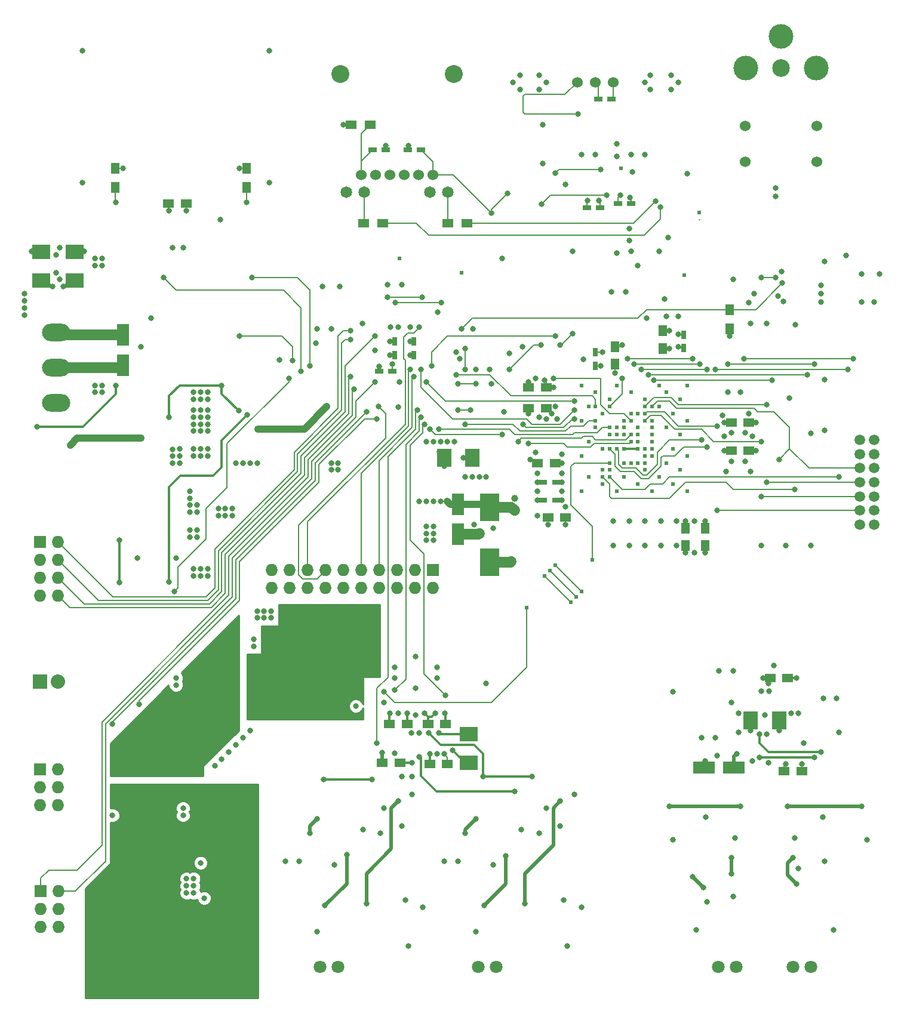
<source format=gbl>
G04 #@! TF.FileFunction,Copper,L4,Bot,Signal*
%FSLAX46Y46*%
G04 Gerber Fmt 4.6, Leading zero omitted, Abs format (unit mm)*
G04 Created by KiCad (PCBNEW 0.201412201901+5330~19~ubuntu14.04.1-product) date ti. 30. des. 2014 kl. 17.44 +0100*
%MOMM*%
G01*
G04 APERTURE LIST*
%ADD10C,0.100000*%
%ADD11R,0.750000X1.200000*%
%ADD12R,1.200000X0.750000*%
%ADD13R,1.500000X1.250000*%
%ADD14R,2.000000X2.500000*%
%ADD15R,2.700020X4.000500*%
%ADD16R,1.800860X3.149600*%
%ADD17R,2.500000X2.000000*%
%ADD18R,1.250000X1.500000*%
%ADD19R,1.727200X1.727200*%
%ADD20O,1.727200X1.727200*%
%ADD21R,2.032000X2.032000*%
%ADD22O,2.032000X2.032000*%
%ADD23C,2.500000*%
%ADD24C,3.500000*%
%ADD25C,1.524000*%
%ADD26R,1.300000X1.500000*%
%ADD27R,1.500000X1.300000*%
%ADD28C,1.800000*%
%ADD29C,1.651000*%
%ADD30C,2.540000*%
%ADD31C,1.500000*%
%ADD32O,4.000000X2.500000*%
%ADD33R,3.149600X1.800860*%
%ADD34C,0.800000*%
%ADD35C,0.609600*%
%ADD36C,1.000000*%
%ADD37C,0.203200*%
%ADD38C,0.300000*%
%ADD39C,1.000000*%
%ADD40C,1.500000*%
%ADD41C,0.500000*%
%ADD42C,0.254000*%
G04 APERTURE END LIST*
D10*
D11*
X95750000Y-72800000D03*
X95750000Y-74700000D03*
X93000000Y-72800000D03*
X93000000Y-74700000D03*
D12*
X92700000Y-77000000D03*
X90800000Y-77000000D03*
D13*
X63450000Y-53200000D03*
X60950000Y-53200000D03*
D12*
X123750000Y-38400000D03*
X121850000Y-38400000D03*
D13*
X146250000Y-120500000D03*
X148750000Y-120500000D03*
X148250000Y-133750000D03*
X150750000Y-133750000D03*
D14*
X143500000Y-126500000D03*
X147500000Y-126500000D03*
D12*
X91750000Y-45600000D03*
X89850000Y-45600000D03*
X94850000Y-45600000D03*
X96750000Y-45600000D03*
X124650000Y-53200000D03*
X126550000Y-53200000D03*
X120250000Y-53800000D03*
X122150000Y-53800000D03*
D15*
X106500000Y-104088740D03*
X106500000Y-96311260D03*
D16*
X102000000Y-100125980D03*
X102000000Y-95874020D03*
D14*
X104000000Y-89250000D03*
X100000000Y-89250000D03*
D17*
X42900000Y-64100000D03*
X42900000Y-60100000D03*
X47600000Y-64100000D03*
X47600000Y-60100000D03*
D18*
X134250000Y-99250000D03*
X134250000Y-101750000D03*
D13*
X114500000Y-79250000D03*
X112000000Y-79250000D03*
D18*
X131000000Y-73750000D03*
X131000000Y-71250000D03*
X137000000Y-99250000D03*
X137000000Y-101750000D03*
D13*
X114500000Y-82250000D03*
X112000000Y-82250000D03*
X140750000Y-88250000D03*
X143250000Y-88250000D03*
X115750000Y-90000000D03*
X113250000Y-90000000D03*
X117250000Y-97750000D03*
X114750000Y-97750000D03*
D11*
X121500000Y-76200000D03*
X121500000Y-74300000D03*
X134000000Y-73700000D03*
X134000000Y-71800000D03*
D13*
X140750000Y-84250000D03*
X143250000Y-84250000D03*
D12*
X115950000Y-92750000D03*
X114050000Y-92750000D03*
D18*
X124250000Y-76000000D03*
X124250000Y-73500000D03*
D12*
X115950000Y-95250000D03*
X114050000Y-95250000D03*
D16*
X54500000Y-76125980D03*
X54500000Y-71874020D03*
D13*
X93750000Y-132500000D03*
X91250000Y-132500000D03*
X97750000Y-127000000D03*
X100250000Y-127000000D03*
D17*
X103500000Y-132500000D03*
X103500000Y-128500000D03*
D13*
X100500000Y-132750000D03*
X98000000Y-132750000D03*
X94750000Y-127000000D03*
X92250000Y-127000000D03*
D19*
X98430000Y-105230000D03*
D20*
X98430000Y-107770000D03*
X95890000Y-105230000D03*
X95890000Y-107770000D03*
X93350000Y-105230000D03*
X93350000Y-107770000D03*
X90810000Y-105230000D03*
X90810000Y-107770000D03*
X88270000Y-105230000D03*
X88270000Y-107770000D03*
X85730000Y-105230000D03*
X85730000Y-107770000D03*
X83190000Y-105230000D03*
X83190000Y-107770000D03*
X80650000Y-105230000D03*
X80650000Y-107770000D03*
X78110000Y-105230000D03*
X78110000Y-107770000D03*
X75570000Y-105230000D03*
X75570000Y-107770000D03*
D19*
X42730000Y-101190000D03*
D20*
X45270000Y-101190000D03*
X42730000Y-103730000D03*
X45270000Y-103730000D03*
X42730000Y-106270000D03*
X45270000Y-106270000D03*
X42730000Y-108810000D03*
X45270000Y-108810000D03*
D21*
X42730000Y-121000000D03*
D22*
X45270000Y-121000000D03*
D19*
X42730000Y-133460000D03*
D20*
X45270000Y-133460000D03*
X42730000Y-136000000D03*
X45270000Y-136000000D03*
X42730000Y-138540000D03*
X45270000Y-138540000D03*
D23*
X147800000Y-34000000D03*
D24*
X152800000Y-34000000D03*
X142800000Y-34000000D03*
X147800000Y-29500000D03*
D25*
X124000000Y-36000000D03*
X121460000Y-36000000D03*
X118920000Y-36000000D03*
D26*
X72000000Y-50950000D03*
X72000000Y-48250000D03*
X53400000Y-50950000D03*
X53400000Y-48250000D03*
X140500000Y-70950000D03*
X140500000Y-68250000D03*
D27*
X86850000Y-42000000D03*
X89550000Y-42000000D03*
X88650000Y-56000000D03*
X91350000Y-56000000D03*
X100550000Y-56000000D03*
X103250000Y-56000000D03*
D25*
X142700000Y-42200000D03*
X142700000Y-47280000D03*
X152860000Y-47280000D03*
X152860000Y-42200000D03*
D28*
X104900000Y-161500000D03*
X107440000Y-161500000D03*
X138900000Y-161500000D03*
X141440000Y-161500000D03*
X149500000Y-161500000D03*
X152040000Y-161500000D03*
D25*
X88270000Y-49176000D03*
X90302000Y-49176000D03*
X92334000Y-49176000D03*
X94366000Y-49176000D03*
X96398000Y-49176000D03*
X98430000Y-49176000D03*
D29*
X86136400Y-51639800D03*
X88676400Y-51639800D03*
X98023600Y-51639800D03*
X100563600Y-51639800D03*
D30*
X85285500Y-34825000D03*
X101414500Y-34825000D03*
D31*
X161000000Y-98750000D03*
X159000000Y-98750000D03*
X161000000Y-96750000D03*
X159000000Y-96750000D03*
X161000000Y-94750000D03*
X159000000Y-94750000D03*
X161000000Y-92750000D03*
X159000000Y-92750000D03*
X161000000Y-90750000D03*
X159000000Y-90750000D03*
X161000000Y-88750000D03*
X159000000Y-88750000D03*
X161000000Y-86750000D03*
X159000000Y-86750000D03*
D32*
X45000000Y-71500000D03*
X45000000Y-76500000D03*
X45000000Y-81500000D03*
D28*
X82400000Y-161500000D03*
X84940000Y-161500000D03*
D33*
X136874020Y-133250000D03*
X141125980Y-133250000D03*
D19*
X42830000Y-150760000D03*
D20*
X45370000Y-150760000D03*
X42830000Y-153300000D03*
X45370000Y-153300000D03*
X42830000Y-155840000D03*
X45370000Y-155840000D03*
D34*
X93500000Y-82100000D03*
X122000000Y-52800000D03*
X104500000Y-76750000D03*
X108500000Y-82750000D03*
X106750000Y-78750000D03*
X139500000Y-83250000D03*
D35*
X128500000Y-90000000D03*
X128500000Y-81000000D03*
X126500000Y-83000000D03*
D34*
X124250000Y-77250000D03*
D35*
X125500000Y-92000000D03*
X119500000Y-94000000D03*
X124500000Y-79000000D03*
X121500000Y-80000000D03*
X122500000Y-83000000D03*
X120500000Y-87000000D03*
X119500000Y-84000000D03*
D34*
X53500000Y-79000000D03*
X42300000Y-84900000D03*
D35*
X129500000Y-84000000D03*
D34*
X63000000Y-59500000D03*
X58500000Y-69500000D03*
X152000000Y-101750000D03*
X148500000Y-101750000D03*
X145000000Y-101750000D03*
X63500000Y-54250000D03*
X54500000Y-48250000D03*
X71000000Y-48250000D03*
X85250000Y-65000000D03*
X94000000Y-64750000D03*
X85750000Y-42000000D03*
X132250000Y-35000000D03*
X133250000Y-36000000D03*
X132250000Y-37000000D03*
X114000000Y-42000000D03*
X114000000Y-47500000D03*
X121500000Y-46250000D03*
X124500000Y-46500000D03*
X126500000Y-46250000D03*
X108250000Y-61000000D03*
X131750000Y-58000000D03*
X125750000Y-65750000D03*
X145750000Y-70250000D03*
X131500000Y-69250000D03*
X132000000Y-73750000D03*
X133250000Y-73500000D03*
X122250000Y-76250000D03*
X109250000Y-74500000D03*
X111150000Y-73500000D03*
X127500000Y-62000000D03*
X126250000Y-58500000D03*
X126750000Y-48750000D03*
X126400000Y-52400000D03*
X147000000Y-51000000D03*
X159200000Y-67200000D03*
X159200000Y-63200000D03*
X154000000Y-78200000D03*
X154000000Y-85400000D03*
X84000000Y-71000000D03*
X90200000Y-74000000D03*
X92400000Y-70700000D03*
X93500000Y-70700000D03*
X102200000Y-75200000D03*
X92700000Y-76000000D03*
X92300000Y-72800000D03*
X95200000Y-72800000D03*
X140250000Y-80000000D03*
X139750000Y-84250000D03*
X140750000Y-85750000D03*
X139750000Y-86250000D03*
X139750000Y-88250000D03*
X140750000Y-89750000D03*
X140000000Y-91250000D03*
X46000000Y-65000000D03*
X44500000Y-65000000D03*
X45000000Y-63000000D03*
X45500000Y-64000000D03*
D35*
X122500000Y-93000000D03*
X122500000Y-91000000D03*
X123500000Y-86000000D03*
D34*
X40500000Y-68000000D03*
X40500000Y-66000000D03*
X40500000Y-67000000D03*
X40500000Y-69000000D03*
X146000000Y-121250000D03*
X145500000Y-125750000D03*
X96000000Y-122000000D03*
X94750000Y-125500000D03*
X97250000Y-125500000D03*
X98750000Y-125500000D03*
X93000000Y-120500000D03*
X99000000Y-120500000D03*
X141000000Y-119500000D03*
X153800000Y-123400000D03*
X87500000Y-124500000D03*
X128750000Y-69500000D03*
X154000000Y-61400000D03*
X153500000Y-67200000D03*
X148100000Y-67100000D03*
X145250000Y-120500000D03*
X140750000Y-124000000D03*
D35*
X125100000Y-48200000D03*
D34*
X146100000Y-122400000D03*
X145000000Y-122400000D03*
X139000000Y-119500000D03*
X124500000Y-60250000D03*
X126500000Y-60000000D03*
X130500000Y-60000000D03*
X126250000Y-56750000D03*
X120400000Y-52800000D03*
X99100000Y-68600000D03*
X93700000Y-78500000D03*
X90800000Y-76300000D03*
X92300000Y-74700000D03*
X95200000Y-74700000D03*
X95200000Y-70700000D03*
X150750000Y-132750000D03*
X151000000Y-129750000D03*
X141750000Y-128250000D03*
X143750000Y-132250000D03*
X100100000Y-125500000D03*
X95400000Y-128300000D03*
X92300000Y-125500000D03*
X93500000Y-125500000D03*
X96000000Y-125750000D03*
X91500000Y-124000000D03*
D35*
X124500000Y-86000000D03*
X123500000Y-91000000D03*
X128500000Y-91000000D03*
X126500000Y-90000000D03*
X130500000Y-79000000D03*
X122500000Y-88000000D03*
X132500000Y-88000000D03*
X129500000Y-87000000D03*
X128500000Y-88000000D03*
X127500000Y-86000000D03*
X129500000Y-85000000D03*
X131500000Y-85000000D03*
X131500000Y-80000000D03*
X130500000Y-82000000D03*
X121500000Y-85000000D03*
X120500000Y-82000000D03*
X119500000Y-79000000D03*
X127500000Y-83000000D03*
X126500000Y-80000000D03*
X123500000Y-81000000D03*
D34*
X66000000Y-151750000D03*
X83000000Y-114000000D03*
X82000000Y-115000000D03*
X81000000Y-115000000D03*
X82000000Y-114000000D03*
X83000000Y-115000000D03*
X68500000Y-118500000D03*
X66500000Y-118500000D03*
X67500000Y-118500000D03*
X69500000Y-118500000D03*
X66500000Y-119500000D03*
X69500000Y-120500000D03*
X80000000Y-115000000D03*
X79000000Y-115000000D03*
X67500000Y-120500000D03*
X68500000Y-120500000D03*
X66500000Y-120500000D03*
X69500000Y-119500000D03*
X67500000Y-119500000D03*
X68500000Y-119500000D03*
X85000000Y-91000000D03*
X85000000Y-90000000D03*
X84000000Y-90000000D03*
X84000000Y-91000000D03*
X104000000Y-92000000D03*
X106000000Y-92000000D03*
X105000000Y-92000000D03*
X103000000Y-92000000D03*
D35*
X125500000Y-84000000D03*
X134500000Y-94000000D03*
X129500000Y-94000000D03*
X124500000Y-94000000D03*
X132500000Y-93000000D03*
X127500000Y-93000000D03*
X130500000Y-92000000D03*
X120500000Y-92000000D03*
X133500000Y-91000000D03*
X131500000Y-90000000D03*
X134500000Y-89000000D03*
X129500000Y-89000000D03*
X119500000Y-89000000D03*
X133500000Y-86000000D03*
X134500000Y-84000000D03*
X132500000Y-83000000D03*
X133500000Y-81000000D03*
X134500000Y-79000000D03*
D36*
X105000000Y-100000000D03*
X109500000Y-104000000D03*
D34*
X97500000Y-101000000D03*
X98500000Y-100000000D03*
X98500000Y-99000000D03*
X98500000Y-101000000D03*
X97500000Y-100000000D03*
X97500000Y-99000000D03*
X65500000Y-106000000D03*
X66500000Y-105000000D03*
X64500000Y-105000000D03*
X65500000Y-105000000D03*
X66500000Y-106000000D03*
X64500000Y-106000000D03*
X65000000Y-100500000D03*
X64000000Y-100500000D03*
X65000000Y-99500000D03*
X64000000Y-97000000D03*
X64000000Y-99500000D03*
X64000000Y-96000000D03*
X65000000Y-97000000D03*
X64000000Y-94000000D03*
X64000000Y-95000000D03*
X65000000Y-96000000D03*
X56500000Y-103500000D03*
X66500000Y-85500000D03*
X65500000Y-85500000D03*
X64500000Y-85500000D03*
X66500000Y-84500000D03*
X65500000Y-84500000D03*
X64500000Y-84500000D03*
X66500000Y-83500000D03*
X65500000Y-83500000D03*
X64500000Y-83500000D03*
X66500000Y-82500000D03*
X65500000Y-82500000D03*
X64500000Y-81000000D03*
X66500000Y-81000000D03*
X65500000Y-80000000D03*
X64500000Y-80000000D03*
X66500000Y-80000000D03*
X65500000Y-81000000D03*
X64500000Y-82500000D03*
X65500000Y-88000000D03*
X66500000Y-89000000D03*
X64500000Y-89000000D03*
X65500000Y-89000000D03*
X66500000Y-88000000D03*
X64500000Y-88000000D03*
X57000000Y-73500000D03*
X76700000Y-75400000D03*
X61500000Y-59500000D03*
X104250000Y-98750000D03*
X107000000Y-99250000D03*
X48750000Y-31500000D03*
X48750000Y-50250000D03*
X75250000Y-31500000D03*
X75250000Y-50250000D03*
X61000000Y-54250000D03*
X82750000Y-65000000D03*
X92000000Y-64750000D03*
X91750000Y-45000000D03*
X110750000Y-35000000D03*
X110750000Y-37000000D03*
X109750000Y-36000000D03*
X119500000Y-46250000D03*
X124500000Y-44750000D03*
X128500000Y-46250000D03*
X134500000Y-49000000D03*
X131250000Y-66750000D03*
X123750000Y-65750000D03*
X143500000Y-70250000D03*
X140500000Y-72000000D03*
X141000000Y-64000000D03*
X133250000Y-69250000D03*
X132000000Y-71250000D03*
X133250000Y-71750000D03*
X122500000Y-74250000D03*
X125250000Y-73250000D03*
X106500000Y-76750000D03*
X117250000Y-50500000D03*
X118250000Y-60000000D03*
X125000000Y-52000000D03*
X147000000Y-52200000D03*
X161800000Y-63200000D03*
X161000000Y-67200000D03*
X149800000Y-70400000D03*
X157000000Y-60600000D03*
X149000000Y-80800000D03*
X152000000Y-85800000D03*
X82000000Y-71000000D03*
X81800000Y-73000000D03*
X88400000Y-70200000D03*
X142000000Y-80000000D03*
X143250000Y-83000000D03*
X144250000Y-84250000D03*
X142750000Y-85750000D03*
X143750000Y-86250000D03*
X144250000Y-88250000D03*
X142750000Y-89750000D03*
X143500000Y-91250000D03*
X124000000Y-101750000D03*
X126250000Y-101750000D03*
X128500000Y-101750000D03*
X130750000Y-101750000D03*
X133000000Y-101750000D03*
X135500000Y-102750000D03*
X134250000Y-102750000D03*
X137000000Y-102750000D03*
X114750000Y-98750000D03*
X113250000Y-97500000D03*
X113250000Y-95250000D03*
X113250000Y-94000000D03*
X113250000Y-92750000D03*
X113250000Y-91500000D03*
X112250000Y-89500000D03*
X113000000Y-88500000D03*
X114500000Y-83750000D03*
X113500000Y-83500000D03*
X112000000Y-83000000D03*
X113000000Y-78000000D03*
X112000000Y-78500000D03*
X51500000Y-80000000D03*
X50500000Y-79000000D03*
X50500000Y-80000000D03*
X51500000Y-79000000D03*
X51500000Y-62000000D03*
X50500000Y-61000000D03*
X51500000Y-61000000D03*
X50500000Y-62000000D03*
X41500000Y-60000000D03*
X49000000Y-60000000D03*
X45000000Y-60500000D03*
X45500000Y-59500000D03*
X63000000Y-140000000D03*
X63000000Y-139000000D03*
X65500000Y-146750000D03*
X68250000Y-55500000D03*
X100000000Y-90500000D03*
X80000000Y-114000000D03*
X79000000Y-114000000D03*
X81000000Y-114000000D03*
X53000000Y-140000000D03*
X137000000Y-132250000D03*
X95000000Y-158500000D03*
X77500000Y-146500000D03*
X91500000Y-139000000D03*
X95500000Y-137000000D03*
X94000000Y-141500000D03*
X82000000Y-156500000D03*
X97000000Y-153000000D03*
X94500000Y-152000000D03*
X104500000Y-156500000D03*
X117000000Y-152000000D03*
X119500000Y-153000000D03*
X100000000Y-146500000D03*
X116500000Y-141500000D03*
X114500000Y-139000000D03*
X118500000Y-137000000D03*
X117500000Y-158500000D03*
X99000000Y-119000000D03*
X96000000Y-117500000D03*
X93000000Y-119000000D03*
X94000000Y-134500000D03*
X135750000Y-156250000D03*
X137250000Y-152250000D03*
X138750000Y-131500000D03*
X137100000Y-140250000D03*
X132500000Y-143500000D03*
X141250000Y-143250000D03*
X155250000Y-156250000D03*
X160000000Y-143500000D03*
X154000000Y-146500000D03*
X149750000Y-143250000D03*
X153700000Y-140250000D03*
X156000000Y-128250000D03*
X146750000Y-118750000D03*
X141750000Y-125500000D03*
X149250000Y-125500000D03*
X150250000Y-125500000D03*
X150000000Y-120500000D03*
X99300000Y-128300000D03*
X155700000Y-123400000D03*
X106000000Y-121250000D03*
X136500000Y-129000000D03*
X132500000Y-122500000D03*
X101700000Y-74300000D03*
X104100000Y-71000000D03*
X95000000Y-45000000D03*
X100000000Y-131250000D03*
X99000000Y-131250000D03*
X145750000Y-128500000D03*
X147500000Y-128000000D03*
D35*
X134100000Y-63400000D03*
X136200000Y-54500000D03*
X93700000Y-61000000D03*
X102500000Y-63000000D03*
D34*
X119800000Y-75300000D03*
X153500000Y-66000000D03*
X153500000Y-64800000D03*
X144000000Y-66000000D03*
X143250000Y-67250000D03*
X147900000Y-62900000D03*
X147400000Y-66300000D03*
X93000000Y-131200000D03*
X91200000Y-131100000D03*
X128500000Y-36000000D03*
X129250000Y-35000000D03*
X129250000Y-37000000D03*
X113500000Y-35000000D03*
X114500000Y-36000000D03*
X113500000Y-37000000D03*
X73000000Y-116000000D03*
X95500000Y-132500000D03*
X95500000Y-134500000D03*
X96500000Y-128300000D03*
X143500000Y-128000000D03*
X73000000Y-115000000D03*
X73500000Y-111000000D03*
X73500000Y-112000000D03*
X74500000Y-112000000D03*
X75500000Y-111000000D03*
X74500000Y-111000000D03*
X89000000Y-152500000D03*
X93500000Y-138000000D03*
X116500000Y-138000000D03*
X111500000Y-152500000D03*
X75500000Y-112000000D03*
X138500000Y-129000000D03*
X148500000Y-132750000D03*
X146000000Y-132500000D03*
X141000000Y-151500000D03*
X113500000Y-142500000D03*
X111000000Y-142000000D03*
X70500000Y-130000000D03*
X91000000Y-142500000D03*
X88500000Y-142000000D03*
X72500000Y-128000000D03*
X71500000Y-129000000D03*
X68500000Y-132000000D03*
X67500000Y-133000000D03*
X69500000Y-131000000D03*
X64500000Y-149000000D03*
X79500000Y-146500000D03*
X84500000Y-147000000D03*
X102000000Y-146500000D03*
X150250000Y-147500000D03*
X107000000Y-147000000D03*
X64500000Y-150000000D03*
X63500000Y-150000000D03*
X64500000Y-151000000D03*
X63500000Y-149000000D03*
X63500000Y-151000000D03*
X141500000Y-131250000D03*
X132000000Y-138750000D03*
X142000000Y-138750000D03*
X159250000Y-138750000D03*
X148750000Y-138750000D03*
X136750000Y-150250000D03*
X135250000Y-148750000D03*
X140750000Y-146000000D03*
X140750000Y-148250000D03*
X149500000Y-146000000D03*
X150000000Y-149750000D03*
X123100000Y-52000000D03*
X113800000Y-53300000D03*
X122200000Y-48400000D03*
X115800000Y-48900000D03*
X106700000Y-54600000D03*
X109000000Y-51750000D03*
X116750000Y-88750000D03*
X116750000Y-90000000D03*
D35*
X125500000Y-90000000D03*
X127500000Y-90000000D03*
X128500000Y-89000000D03*
X127500000Y-85000000D03*
D36*
X110000000Y-96750000D03*
X110000000Y-95000000D03*
D34*
X124000000Y-98250000D03*
X126250000Y-98250000D03*
X128500000Y-98250000D03*
X130750000Y-98250000D03*
X133000000Y-98250000D03*
X134250000Y-98250000D03*
X117250000Y-98750000D03*
X117250000Y-96250000D03*
X116750000Y-95250000D03*
X116750000Y-94000000D03*
X116750000Y-92750000D03*
X116750000Y-91500000D03*
D35*
X127500000Y-87000000D03*
X129500000Y-88000000D03*
X129500000Y-86000000D03*
D34*
X137000000Y-98250000D03*
X135500000Y-98250000D03*
X97500000Y-95500000D03*
X100500000Y-95500000D03*
X99500000Y-95500000D03*
X98500000Y-95500000D03*
X96500000Y-95500000D03*
D35*
X125500000Y-86000000D03*
X125500000Y-85000000D03*
X124500000Y-85000000D03*
D34*
X100500000Y-87000000D03*
X98500000Y-87000000D03*
X97500000Y-87000000D03*
X99500000Y-87000000D03*
X101500000Y-87000000D03*
D35*
X127500000Y-88000000D03*
X125500000Y-88000000D03*
D34*
X116000000Y-83750000D03*
X115750000Y-82000000D03*
X115250000Y-83000000D03*
X115500000Y-79250000D03*
X114250000Y-78250000D03*
X102750000Y-89250000D03*
X62000000Y-121500000D03*
X72500000Y-90000000D03*
X70500000Y-90000000D03*
X71500000Y-90000000D03*
X73500000Y-90000000D03*
X61500000Y-89000000D03*
X62500000Y-90000000D03*
X62500000Y-88000000D03*
X62500000Y-89000000D03*
X61500000Y-90000000D03*
X61500000Y-88100000D03*
X62000000Y-103500000D03*
X62000000Y-120500000D03*
X68000000Y-97500000D03*
X69000000Y-97500000D03*
X70000000Y-96500000D03*
X69000000Y-96500000D03*
X70000000Y-97500000D03*
X68000000Y-96500000D03*
D36*
X73600000Y-85200000D03*
X83400000Y-82000000D03*
D34*
X69500000Y-147500000D03*
X67500000Y-147500000D03*
X68500000Y-146500000D03*
X69500000Y-145500000D03*
X67500000Y-145500000D03*
X68500000Y-145500000D03*
X69500000Y-146500000D03*
X67500000Y-146500000D03*
X68500000Y-147500000D03*
X69500000Y-138500000D03*
X67500000Y-138500000D03*
X68500000Y-139500000D03*
X69500000Y-140500000D03*
X67500000Y-140500000D03*
X68500000Y-140500000D03*
X69500000Y-139500000D03*
X67500000Y-139500000D03*
X68500000Y-138500000D03*
X59000000Y-140500000D03*
X59000000Y-139500000D03*
X58000000Y-139500000D03*
X58000000Y-140500000D03*
X59000000Y-141500000D03*
X58000000Y-141500000D03*
X54000000Y-101000000D03*
X54000000Y-107000000D03*
X103000000Y-142500000D03*
X104500000Y-140500000D03*
X81000000Y-142500000D03*
X82000000Y-140500000D03*
X105750000Y-152750000D03*
X108750000Y-145750000D03*
X83100000Y-152800000D03*
X86200000Y-145600000D03*
X53500000Y-53000000D03*
X96500000Y-70700000D03*
X61750000Y-108250000D03*
X78000000Y-78000000D03*
X119000000Y-40500000D03*
X135250000Y-75250000D03*
X126000000Y-75250000D03*
D35*
X115750000Y-104500000D03*
X119500000Y-108250000D03*
D34*
X104500000Y-78750000D03*
X102000000Y-78750000D03*
D35*
X115000000Y-105250000D03*
X118750000Y-109000000D03*
D34*
X103750000Y-82500000D03*
X102000000Y-82500000D03*
X53000000Y-127000000D03*
X89000000Y-82750000D03*
X144750000Y-131750000D03*
X152500000Y-131750000D03*
X102500000Y-71000000D03*
X148000000Y-64500000D03*
D35*
X114250000Y-106000000D03*
D34*
X98000000Y-85250000D03*
X108250000Y-86000000D03*
D35*
X118000000Y-109750000D03*
D34*
X115750000Y-72000000D03*
X98250000Y-76250000D03*
D35*
X126500000Y-84000000D03*
D34*
X115500000Y-78000000D03*
D35*
X126500000Y-87000000D03*
D34*
X112000000Y-87250000D03*
X100250000Y-123000000D03*
X97250000Y-84500000D03*
D35*
X111750000Y-110500000D03*
D34*
X91500000Y-122500000D03*
X101750000Y-77500000D03*
D35*
X121500000Y-82000000D03*
D34*
X99250000Y-85250000D03*
D35*
X123500000Y-85000000D03*
D34*
X103000000Y-84500000D03*
X103000000Y-76750000D03*
X103000000Y-73750000D03*
D35*
X121500000Y-84000000D03*
D34*
X111250000Y-84500000D03*
X118500000Y-83750000D03*
X118500000Y-81250000D03*
X97500000Y-78500000D03*
X96750000Y-76750000D03*
X118500000Y-82500000D03*
X93100000Y-67300000D03*
X99600000Y-67300000D03*
X96900000Y-66500000D03*
X92000000Y-66500000D03*
X90500000Y-129750000D03*
X96250000Y-82500000D03*
X96750000Y-83500000D03*
X93000000Y-122250000D03*
X136250000Y-76000000D03*
X127000000Y-76000000D03*
X156000000Y-92000000D03*
D35*
X123500000Y-92000000D03*
D34*
X138500000Y-76750000D03*
D35*
X124500000Y-88000000D03*
D34*
X136500000Y-86750000D03*
X157250000Y-76750000D03*
X158000000Y-75250000D03*
X142500000Y-75250000D03*
X137250000Y-87750000D03*
X140250000Y-76000000D03*
X152500000Y-76000000D03*
D35*
X123500000Y-88000000D03*
D34*
X151500000Y-77500000D03*
X129000000Y-77500000D03*
X147000000Y-63750000D03*
X145000000Y-63750000D03*
X137250000Y-76750000D03*
X128000000Y-76750000D03*
D35*
X122500000Y-92000000D03*
D34*
X149750000Y-93750000D03*
X118200000Y-71700000D03*
X116500000Y-73250000D03*
X125250000Y-78000000D03*
D35*
X123500000Y-82000000D03*
D34*
X129750000Y-78250000D03*
X146500000Y-78250000D03*
D35*
X121000000Y-103750000D03*
X123500000Y-90000000D03*
D34*
X86750000Y-71250000D03*
D36*
X47000000Y-87500000D03*
X57000000Y-86500000D03*
D34*
X112500000Y-134500000D03*
X105500000Y-134500000D03*
X97800000Y-128300000D03*
X96500000Y-131700000D03*
X110000000Y-136600000D03*
X89800000Y-134900000D03*
X82900000Y-134900000D03*
X101250000Y-130750000D03*
X98000000Y-131250000D03*
X72000000Y-53000000D03*
X86750000Y-72500000D03*
X90250000Y-72000000D03*
X86750000Y-77750000D03*
X87250000Y-79500000D03*
X90250000Y-78500000D03*
X95750000Y-77750000D03*
X95250000Y-76750000D03*
X90750000Y-82000000D03*
D35*
X128500000Y-83000000D03*
D34*
X138750000Y-96750000D03*
X138750000Y-84750000D03*
X145000000Y-87000000D03*
D35*
X128500000Y-84000000D03*
D34*
X145000000Y-94750000D03*
D35*
X128500000Y-82000000D03*
D34*
X145750000Y-92750000D03*
X145750000Y-81750000D03*
X147500000Y-89500000D03*
D35*
X129500000Y-82000000D03*
D34*
X56750000Y-124250000D03*
X90500000Y-83750000D03*
X72750000Y-63750000D03*
X81000000Y-76250000D03*
X78500000Y-75500000D03*
X71000000Y-72000000D03*
X60250000Y-63750000D03*
X79750000Y-77000000D03*
X144750000Y-128500000D03*
X153500000Y-131000000D03*
X130700000Y-53700000D03*
X130000000Y-52900000D03*
X113750000Y-73250000D03*
X109250000Y-76750000D03*
D35*
X126500000Y-86000000D03*
D34*
X110500000Y-87000000D03*
X61000000Y-106900000D03*
X72100000Y-83200000D03*
X70900000Y-82600000D03*
X61000000Y-83500000D03*
X68500000Y-79000000D03*
D37*
X136200000Y-55500000D02*
X136250000Y-55500000D01*
X122150000Y-53800000D02*
X122150000Y-52950000D01*
X122150000Y-52950000D02*
X122000000Y-52800000D01*
X124250000Y-76000000D02*
X124250000Y-77250000D01*
D38*
X53500000Y-80200000D02*
X53500000Y-79000000D01*
X48800000Y-84900000D02*
X53500000Y-80200000D01*
X42300000Y-84900000D02*
X48800000Y-84900000D01*
D39*
X42400000Y-64600000D02*
X42900000Y-64100000D01*
D37*
X63450000Y-54200000D02*
X63500000Y-54250000D01*
X63450000Y-53200000D02*
X63450000Y-54200000D01*
X53400000Y-48250000D02*
X54500000Y-48250000D01*
X72000000Y-48250000D02*
X71000000Y-48250000D01*
X86850000Y-42000000D02*
X85750000Y-42000000D01*
X131000000Y-73750000D02*
X132000000Y-73750000D01*
X133450000Y-73700000D02*
X133250000Y-73500000D01*
X134000000Y-73700000D02*
X133450000Y-73700000D01*
X122200000Y-76200000D02*
X122250000Y-76250000D01*
X121500000Y-76200000D02*
X122200000Y-76200000D01*
X111150000Y-73500000D02*
X111250000Y-73500000D01*
X126550000Y-52550000D02*
X126400000Y-52400000D01*
X126550000Y-53200000D02*
X126550000Y-52550000D01*
X92700000Y-77000000D02*
X92700000Y-76000000D01*
X93000000Y-72800000D02*
X92300000Y-72800000D01*
X95750000Y-72800000D02*
X95200000Y-72800000D01*
X140750000Y-84250000D02*
X139750000Y-84250000D01*
X140750000Y-88250000D02*
X139750000Y-88250000D01*
X46900000Y-64100000D02*
X46000000Y-65000000D01*
X47600000Y-64100000D02*
X46900000Y-64100000D01*
X43600000Y-64100000D02*
X44500000Y-65000000D01*
X42900000Y-64100000D02*
X43600000Y-64100000D01*
D38*
X146000000Y-120750000D02*
X146000000Y-121250000D01*
D37*
X146000000Y-120750000D02*
X146250000Y-120500000D01*
D38*
X94750000Y-127000000D02*
X94750000Y-125500000D01*
X97750000Y-126000000D02*
X97250000Y-125500000D01*
X97750000Y-127000000D02*
X97750000Y-126000000D01*
X98250000Y-126000000D02*
X98750000Y-125500000D01*
X97750000Y-126000000D02*
X98250000Y-126000000D01*
D37*
X120250000Y-52950000D02*
X120250000Y-53800000D01*
X120250000Y-52950000D02*
X120400000Y-52800000D01*
X90800000Y-76300000D02*
X90800000Y-77000000D01*
X92300000Y-74700000D02*
X93000000Y-74700000D01*
X95750000Y-74700000D02*
X95200000Y-74700000D01*
X150750000Y-133750000D02*
X150750000Y-132750000D01*
D38*
X100250000Y-127000000D02*
X100250000Y-125650000D01*
D37*
X100250000Y-125650000D02*
X100100000Y-125500000D01*
D38*
X92250000Y-125550000D02*
X92250000Y-127000000D01*
D37*
X92250000Y-125550000D02*
X92300000Y-125500000D01*
D40*
X102000000Y-100125980D02*
X104874020Y-100125980D01*
X104874020Y-100125980D02*
X105000000Y-100000000D01*
X106500000Y-104088740D02*
X109411260Y-104088740D01*
X109411260Y-104088740D02*
X109500000Y-104000000D01*
X45000000Y-76500000D02*
X54125980Y-76500000D01*
X54125980Y-76500000D02*
X54500000Y-76125980D01*
D41*
X111900000Y-82350000D02*
X112000000Y-82250000D01*
X99150000Y-88400000D02*
X100000000Y-89250000D01*
D37*
X114750000Y-97750000D02*
X114150000Y-97750000D01*
X137000000Y-101750000D02*
X137000000Y-102350000D01*
X60950000Y-54200000D02*
X61000000Y-54250000D01*
X60950000Y-53200000D02*
X60950000Y-54200000D01*
X91750000Y-45600000D02*
X91750000Y-45000000D01*
X140500000Y-70950000D02*
X140500000Y-72000000D01*
X131000000Y-71250000D02*
X132000000Y-71250000D01*
X133300000Y-71800000D02*
X133250000Y-71750000D01*
X134000000Y-71800000D02*
X133300000Y-71800000D01*
X122450000Y-74300000D02*
X122500000Y-74250000D01*
X121500000Y-74300000D02*
X122450000Y-74300000D01*
X125000000Y-73500000D02*
X125250000Y-73250000D01*
X124250000Y-73500000D02*
X125000000Y-73500000D01*
X124650000Y-52350000D02*
X124650000Y-53200000D01*
X124650000Y-52350000D02*
X125000000Y-52000000D01*
X143250000Y-84250000D02*
X144250000Y-84250000D01*
X143250000Y-88250000D02*
X144250000Y-88250000D01*
X134250000Y-101750000D02*
X134250000Y-102750000D01*
X137000000Y-101750000D02*
X137000000Y-102750000D01*
X114750000Y-97750000D02*
X114750000Y-98750000D01*
X114050000Y-95250000D02*
X113250000Y-95250000D01*
X114050000Y-92750000D02*
X113250000Y-92750000D01*
X112750000Y-90000000D02*
X112250000Y-89500000D01*
X113250000Y-90000000D02*
X112750000Y-90000000D01*
X112000000Y-82250000D02*
X112000000Y-83000000D01*
X112000000Y-79250000D02*
X112000000Y-78500000D01*
X41600000Y-60100000D02*
X41500000Y-60000000D01*
X42900000Y-60100000D02*
X41600000Y-60100000D01*
X48900000Y-60100000D02*
X49000000Y-60000000D01*
X47600000Y-60100000D02*
X48900000Y-60100000D01*
X100000000Y-89250000D02*
X100000000Y-90500000D01*
D38*
X136874020Y-133250000D02*
X136874020Y-132375980D01*
D41*
X136874020Y-132375980D02*
X137000000Y-132250000D01*
D38*
X148750000Y-120500000D02*
X150000000Y-120500000D01*
X99500000Y-128500000D02*
X99300000Y-128300000D01*
X103500000Y-128500000D02*
X99500000Y-128500000D01*
D37*
X94850000Y-45150000D02*
X95000000Y-45000000D01*
X94850000Y-45600000D02*
X94850000Y-45150000D01*
X100500000Y-131750000D02*
X100500000Y-132750000D01*
X100500000Y-131750000D02*
X100000000Y-131250000D01*
X147500000Y-126500000D02*
X147500000Y-128000000D01*
D41*
X91250000Y-132500000D02*
X91250000Y-131150000D01*
D37*
X91250000Y-131150000D02*
X91200000Y-131100000D01*
X124000000Y-36000000D02*
X124000000Y-38150000D01*
X124000000Y-38150000D02*
X123750000Y-38400000D01*
X121850000Y-38400000D02*
X121850000Y-36390000D01*
X121850000Y-36390000D02*
X121460000Y-36000000D01*
D38*
X93750000Y-132500000D02*
X95500000Y-132500000D01*
D37*
X143500000Y-128000000D02*
X143500000Y-126500000D01*
D41*
X89000000Y-148250000D02*
X92500000Y-144750000D01*
X92500000Y-144750000D02*
X92500000Y-139000000D01*
X92500000Y-139000000D02*
X93500000Y-138000000D01*
X89000000Y-152500000D02*
X89000000Y-148250000D01*
X115500000Y-139000000D02*
X116500000Y-138000000D01*
X115500000Y-144250000D02*
X115500000Y-139000000D01*
X111500000Y-148250000D02*
X115500000Y-144250000D01*
X111500000Y-152500000D02*
X111500000Y-148250000D01*
D37*
X148250000Y-133000000D02*
X148250000Y-133750000D01*
X148250000Y-133000000D02*
X148500000Y-132750000D01*
D41*
X141125980Y-133250000D02*
X141125980Y-131624020D01*
X141125980Y-131624020D02*
X141500000Y-131250000D01*
X140500000Y-132624020D02*
X141125980Y-133250000D01*
X132000000Y-138750000D02*
X142000000Y-138750000D01*
X148750000Y-138750000D02*
X159250000Y-138750000D01*
X136750000Y-150250000D02*
X135250000Y-148750000D01*
X140750000Y-146000000D02*
X140750000Y-148250000D01*
X148750000Y-146750000D02*
X148750000Y-148500000D01*
X148750000Y-148500000D02*
X150000000Y-149750000D01*
X149500000Y-146000000D02*
X148750000Y-146750000D01*
D37*
X115100000Y-52000000D02*
X123100000Y-52000000D01*
X113800000Y-53300000D02*
X115100000Y-52000000D01*
X115800000Y-48900000D02*
X116300000Y-48400000D01*
X116300000Y-48400000D02*
X122200000Y-48400000D01*
X88270000Y-49176000D02*
X88270000Y-47180000D01*
X88270000Y-47180000D02*
X89850000Y-45600000D01*
X88270000Y-49176000D02*
X88270000Y-43280000D01*
X88270000Y-43280000D02*
X89550000Y-42000000D01*
X106700000Y-54600000D02*
X101276000Y-49176000D01*
X101276000Y-49176000D02*
X98430000Y-49176000D01*
X98430000Y-49176000D02*
X98430000Y-47280000D01*
X98430000Y-47280000D02*
X96750000Y-45600000D01*
X109000000Y-51750000D02*
X106700000Y-54050000D01*
X106700000Y-54050000D02*
X106700000Y-54600000D01*
X116750000Y-90000000D02*
X115750000Y-90000000D01*
D40*
X106500000Y-96311260D02*
X109561260Y-96311260D01*
X109561260Y-96311260D02*
X110000000Y-96750000D01*
D39*
X102000000Y-95874020D02*
X106062760Y-95874020D01*
X106062760Y-95874020D02*
X106500000Y-96311260D01*
D37*
X117250000Y-97750000D02*
X117800000Y-97750000D01*
X137000000Y-99250000D02*
X137000000Y-98650000D01*
X134250000Y-99250000D02*
X134250000Y-98250000D01*
X117250000Y-97750000D02*
X117250000Y-98750000D01*
X115950000Y-95250000D02*
X116750000Y-95250000D01*
X115950000Y-92750000D02*
X116750000Y-92750000D01*
X137000000Y-98250000D02*
X137000000Y-99250000D01*
D39*
X100874020Y-95874020D02*
X100500000Y-95500000D01*
X100874020Y-95874020D02*
X102000000Y-95874020D01*
D38*
X127500000Y-88000000D02*
X125500000Y-88000000D01*
D37*
X114500000Y-82250000D02*
X115250000Y-83000000D01*
X114500000Y-78500000D02*
X114250000Y-78250000D01*
X114500000Y-79250000D02*
X114500000Y-78500000D01*
X104000000Y-89250000D02*
X102750000Y-89250000D01*
X61500000Y-88100000D02*
X61500000Y-88000000D01*
D40*
X54500000Y-71874020D02*
X45374020Y-71874020D01*
D38*
X45374020Y-71874020D02*
X45000000Y-71500000D01*
D39*
X80200000Y-85200000D02*
X73600000Y-85200000D01*
X83400000Y-82000000D02*
X80200000Y-85200000D01*
D38*
X54000000Y-107000000D02*
X54000000Y-101000000D01*
D41*
X103000000Y-142000000D02*
X103000000Y-142500000D01*
X104500000Y-140500000D02*
X103000000Y-142000000D01*
X81000000Y-141500000D02*
X81000000Y-142500000D01*
X82000000Y-140500000D02*
X81000000Y-141500000D01*
X105750000Y-152750000D02*
X108750000Y-149750000D01*
X108750000Y-149750000D02*
X108750000Y-145750000D01*
X83100000Y-152800000D02*
X86200000Y-149700000D01*
X86200000Y-149700000D02*
X86200000Y-145600000D01*
D37*
X53400000Y-52900000D02*
X53400000Y-50950000D01*
X53500000Y-53000000D02*
X53400000Y-52900000D01*
X94500000Y-75400000D02*
X94300000Y-75200000D01*
X94300000Y-75200000D02*
X94300000Y-72200000D01*
X94300000Y-72200000D02*
X94900000Y-71600000D01*
X80650000Y-98350000D02*
X80650000Y-105230000D01*
X80650000Y-98350000D02*
X94500000Y-84500000D01*
X96500000Y-70800000D02*
X96500000Y-70700000D01*
X95700000Y-71600000D02*
X96500000Y-70800000D01*
X94900000Y-71600000D02*
X95700000Y-71600000D01*
X94500000Y-84500000D02*
X94500000Y-75400000D01*
X62250000Y-104750000D02*
X62250000Y-107750000D01*
X62250000Y-107750000D02*
X61750000Y-108250000D01*
X66250000Y-96500000D02*
X66250000Y-100750000D01*
X69250000Y-93500000D02*
X66250000Y-96500000D01*
X69250000Y-87250000D02*
X69250000Y-93500000D01*
X78000000Y-78500000D02*
X69250000Y-87250000D01*
X78000000Y-78000000D02*
X78000000Y-78500000D01*
X66250000Y-100750000D02*
X62250000Y-104750000D01*
X119000000Y-40500000D02*
X111500000Y-40500000D01*
X117170000Y-37750000D02*
X118920000Y-36000000D01*
X111500000Y-37750000D02*
X117170000Y-37750000D01*
X111250000Y-38000000D02*
X111500000Y-37750000D01*
X111250000Y-40250000D02*
X111250000Y-38000000D01*
X111500000Y-40500000D02*
X111250000Y-40250000D01*
X119000000Y-40500000D02*
X118920000Y-40420000D01*
X126000000Y-75250000D02*
X135250000Y-75250000D01*
X115750000Y-104500000D02*
X119500000Y-108250000D01*
X102000000Y-78750000D02*
X104500000Y-78750000D01*
X115000000Y-105250000D02*
X118750000Y-109000000D01*
X102000000Y-82500000D02*
X103750000Y-82500000D01*
X81750000Y-90000000D02*
X89000000Y-82750000D01*
X70500000Y-103750000D02*
X81750000Y-92500000D01*
X70500000Y-109250000D02*
X70500000Y-103750000D01*
X53000000Y-126750000D02*
X70500000Y-109250000D01*
X53000000Y-127000000D02*
X53000000Y-126750000D01*
X81750000Y-92500000D02*
X81750000Y-90000000D01*
D38*
X152500000Y-131750000D02*
X144750000Y-131750000D01*
D37*
X128750000Y-68250000D02*
X127500000Y-69500000D01*
X127500000Y-69500000D02*
X104000000Y-69500000D01*
X104000000Y-69500000D02*
X102500000Y-71000000D01*
X140500000Y-68250000D02*
X128750000Y-68250000D01*
X144250000Y-68250000D02*
X140500000Y-68250000D01*
X148000000Y-64500000D02*
X144250000Y-68250000D01*
X118000000Y-109750000D02*
X114250000Y-106000000D01*
X98000000Y-85250000D02*
X98750000Y-86000000D01*
X98750000Y-86000000D02*
X108250000Y-86000000D01*
X100500000Y-72000000D02*
X115750000Y-72000000D01*
X98250000Y-74250000D02*
X100500000Y-72000000D01*
X98250000Y-76250000D02*
X98250000Y-74250000D01*
X125500000Y-83000000D02*
X123500000Y-83000000D01*
X123500000Y-83000000D02*
X122250000Y-81750000D01*
X122250000Y-78000000D02*
X122250000Y-81750000D01*
X126500000Y-84000000D02*
X125500000Y-83000000D01*
X122250000Y-78000000D02*
X115500000Y-78000000D01*
X117500000Y-87750000D02*
X117000000Y-87250000D01*
X126500000Y-87000000D02*
X126250000Y-87250000D01*
X126250000Y-87250000D02*
X121250000Y-87250000D01*
X121250000Y-87250000D02*
X120750000Y-87750000D01*
X120750000Y-87750000D02*
X117500000Y-87750000D01*
X117000000Y-87250000D02*
X112000000Y-87250000D01*
X97156402Y-84500000D02*
X97000000Y-84656402D01*
X97000000Y-84656402D02*
X97000000Y-85750000D01*
X97000000Y-85750000D02*
X95250000Y-87500000D01*
X95250000Y-87500000D02*
X95250000Y-101000000D01*
X95250000Y-101000000D02*
X97150000Y-102900000D01*
X97150000Y-102900000D02*
X97150000Y-119900000D01*
X97150000Y-119900000D02*
X100250000Y-123000000D01*
X97250000Y-84500000D02*
X97156402Y-84500000D01*
X111750000Y-110500000D02*
X111750000Y-119000000D01*
X93000000Y-124000000D02*
X91500000Y-122500000D01*
X106750000Y-124000000D02*
X93000000Y-124000000D01*
X111750000Y-119000000D02*
X106750000Y-124000000D01*
X101750000Y-77500000D02*
X106500000Y-77500000D01*
X106500000Y-77500000D02*
X109500000Y-80500000D01*
X121500000Y-82000000D02*
X121500000Y-81000000D01*
X121500000Y-81000000D02*
X121000000Y-80500000D01*
X121000000Y-80500000D02*
X109500000Y-80500000D01*
X110000000Y-86000000D02*
X109250000Y-85250000D01*
X109250000Y-85250000D02*
X99250000Y-85250000D01*
X121750000Y-85750000D02*
X118500000Y-85750000D01*
X122500000Y-85000000D02*
X121750000Y-85750000D01*
X123500000Y-85000000D02*
X122500000Y-85000000D01*
X118250000Y-86000000D02*
X118500000Y-85750000D01*
X110000000Y-86000000D02*
X118250000Y-86000000D01*
X110750000Y-85500000D02*
X109750000Y-84500000D01*
X109750000Y-84500000D02*
X103000000Y-84500000D01*
X103000000Y-76750000D02*
X103000000Y-73750000D01*
X120500000Y-84000000D02*
X119750000Y-84750000D01*
X121500000Y-84000000D02*
X120500000Y-84000000D01*
X119750000Y-84750000D02*
X118000000Y-84750000D01*
X117250000Y-85500000D02*
X118000000Y-84750000D01*
X110750000Y-85500000D02*
X117250000Y-85500000D01*
X111250000Y-84500000D02*
X111500000Y-84500000D01*
X111250000Y-84593598D02*
X111656402Y-85000000D01*
X111656402Y-85000000D02*
X117000000Y-85000000D01*
X117000000Y-85000000D02*
X118250000Y-83750000D01*
X118250000Y-83750000D02*
X118500000Y-83750000D01*
X111250000Y-84500000D02*
X111250000Y-84593598D01*
X118500000Y-81250000D02*
X100250000Y-81250000D01*
X100250000Y-81250000D02*
X97500000Y-78500000D01*
X111750000Y-83750000D02*
X112500000Y-84500000D01*
X112500000Y-84500000D02*
X116500000Y-84500000D01*
X116500000Y-84500000D02*
X118500000Y-82500000D01*
X101250000Y-83750000D02*
X96750000Y-79250000D01*
X96750000Y-79250000D02*
X96750000Y-76750000D01*
X111750000Y-83750000D02*
X101250000Y-83750000D01*
X93100000Y-67300000D02*
X99600000Y-67300000D01*
X96900000Y-66500000D02*
X92000000Y-66500000D01*
X96156402Y-82500000D02*
X96000000Y-82656402D01*
X96000000Y-82656402D02*
X96000000Y-85250000D01*
X92100000Y-120400000D02*
X90500000Y-122000000D01*
X90500000Y-122000000D02*
X90500000Y-129750000D01*
X96250000Y-82500000D02*
X96156402Y-82500000D01*
X92100000Y-89150000D02*
X96000000Y-85250000D01*
X92100000Y-120400000D02*
X92100000Y-89150000D01*
X96750000Y-83500000D02*
X96656402Y-83500000D01*
X94600000Y-120650000D02*
X93000000Y-122250000D01*
X94600000Y-87400000D02*
X94600000Y-120650000D01*
X96500000Y-85500000D02*
X94600000Y-87400000D01*
X96500000Y-83656402D02*
X96500000Y-85500000D01*
X96656402Y-83500000D02*
X96500000Y-83656402D01*
X127000000Y-76000000D02*
X136250000Y-76000000D01*
X132000000Y-92000000D02*
X156000000Y-92000000D01*
X131000000Y-93000000D02*
X132000000Y-92000000D01*
X129250000Y-93000000D02*
X131000000Y-93000000D01*
X128500000Y-93750000D02*
X129250000Y-93000000D01*
X125250000Y-93750000D02*
X128500000Y-93750000D01*
X123500000Y-92000000D02*
X125250000Y-93750000D01*
X127250000Y-90750000D02*
X128250000Y-91750000D01*
X132000000Y-86750000D02*
X136500000Y-86750000D01*
X130250000Y-88500000D02*
X132000000Y-86750000D01*
X130250000Y-90250000D02*
X130250000Y-88500000D01*
X128750000Y-91750000D02*
X130250000Y-90250000D01*
X128250000Y-91750000D02*
X128750000Y-91750000D01*
X125250000Y-90750000D02*
X127250000Y-90750000D01*
X124750000Y-88250000D02*
X124500000Y-88000000D01*
X124750000Y-90250000D02*
X124750000Y-88250000D01*
X125250000Y-90750000D02*
X124750000Y-90250000D01*
X138500000Y-76750000D02*
X157250000Y-76750000D01*
X142500000Y-75250000D02*
X158000000Y-75250000D01*
X140250000Y-76000000D02*
X152500000Y-76000000D01*
X125000000Y-91250000D02*
X124250000Y-90500000D01*
X127000000Y-91250000D02*
X128000000Y-92250000D01*
X132750000Y-89000000D02*
X134000000Y-87750000D01*
X131000000Y-89000000D02*
X132750000Y-89000000D01*
X130750000Y-89250000D02*
X131000000Y-89000000D01*
X130750000Y-90500000D02*
X130750000Y-89250000D01*
X129000000Y-92250000D02*
X130750000Y-90500000D01*
X128000000Y-92250000D02*
X129000000Y-92250000D01*
X125000000Y-91250000D02*
X127000000Y-91250000D01*
X124250000Y-88750000D02*
X123500000Y-88000000D01*
X124250000Y-90500000D02*
X124250000Y-88750000D01*
X134000000Y-87750000D02*
X137250000Y-87750000D01*
X129000000Y-77500000D02*
X151500000Y-77500000D01*
X145000000Y-63750000D02*
X147000000Y-63750000D01*
X128000000Y-76750000D02*
X137250000Y-76750000D01*
X140000000Y-92750000D02*
X134250000Y-92750000D01*
X132000000Y-95000000D02*
X134250000Y-92750000D01*
X123750000Y-95000000D02*
X132000000Y-95000000D01*
X123500000Y-94750000D02*
X123750000Y-95000000D01*
X123500000Y-93000000D02*
X123500000Y-94750000D01*
X122500000Y-92000000D02*
X123500000Y-93000000D01*
X141000000Y-93750000D02*
X149750000Y-93750000D01*
X140000000Y-92750000D02*
X141000000Y-93750000D01*
X118200000Y-71700000D02*
X116650000Y-73250000D01*
X116650000Y-73250000D02*
X116500000Y-73250000D01*
X123500000Y-82000000D02*
X125250000Y-80250000D01*
X125250000Y-80250000D02*
X125250000Y-78000000D01*
X129750000Y-78250000D02*
X146500000Y-78250000D01*
X123500000Y-90000000D02*
X118500000Y-90000000D01*
X118000000Y-90500000D02*
X118500000Y-90000000D01*
X118000000Y-96000000D02*
X118000000Y-90500000D01*
X121000000Y-99000000D02*
X118000000Y-96000000D01*
X121000000Y-103750000D02*
X121000000Y-99000000D01*
X88676400Y-51639800D02*
X88676400Y-55973600D01*
X88676400Y-55973600D02*
X88650000Y-56000000D01*
X66250000Y-109000000D02*
X53080000Y-109000000D01*
X53080000Y-109000000D02*
X45270000Y-101190000D01*
X78750000Y-88500000D02*
X85000000Y-82250000D01*
X78750000Y-91000000D02*
X78750000Y-88500000D01*
X85750000Y-71250000D02*
X86750000Y-71250000D01*
X85000000Y-72000000D02*
X85750000Y-71250000D01*
X85000000Y-82250000D02*
X85000000Y-72000000D01*
X67500000Y-107750000D02*
X67500000Y-102250000D01*
X67500000Y-102250000D02*
X78750000Y-91000000D01*
X67500000Y-107750000D02*
X66250000Y-109000000D01*
D39*
X48000000Y-86500000D02*
X47000000Y-87500000D01*
X57000000Y-86500000D02*
X48000000Y-86500000D01*
D38*
X112500000Y-134500000D02*
X105500000Y-134500000D01*
X105500000Y-131250000D02*
X104250000Y-130000000D01*
X104250000Y-130000000D02*
X99500000Y-130000000D01*
X99500000Y-130000000D02*
X97800000Y-128300000D01*
X105500000Y-134500000D02*
X105500000Y-131250000D01*
X96500000Y-131700000D02*
X96700000Y-131900000D01*
X96700000Y-131900000D02*
X96700000Y-134400000D01*
X98900000Y-136600000D02*
X96700000Y-134400000D01*
X110000000Y-136600000D02*
X98900000Y-136600000D01*
X89800000Y-134900000D02*
X82900000Y-134900000D01*
X102750000Y-132500000D02*
X103500000Y-132500000D01*
X103000000Y-132500000D02*
X103500000Y-132500000D01*
X101250000Y-130750000D02*
X103000000Y-132500000D01*
X98000000Y-131250000D02*
X98000000Y-132750000D01*
D37*
X72000000Y-53000000D02*
X72000000Y-50950000D01*
X100563600Y-51639800D02*
X100563600Y-55986400D01*
X100563600Y-55986400D02*
X100550000Y-56000000D01*
X66500000Y-109500000D02*
X51040000Y-109500000D01*
X51040000Y-109500000D02*
X45270000Y-103730000D01*
X68000000Y-102500000D02*
X68000000Y-108000000D01*
X79250000Y-91250000D02*
X68000000Y-102500000D01*
X79250000Y-88750000D02*
X79250000Y-91250000D01*
X85500000Y-82500000D02*
X79250000Y-88750000D01*
X85500000Y-73000000D02*
X85500000Y-82500000D01*
X86000000Y-72500000D02*
X85500000Y-73000000D01*
X86750000Y-72500000D02*
X86000000Y-72500000D01*
X68000000Y-108000000D02*
X66500000Y-109500000D01*
X66750000Y-110000000D02*
X49000000Y-110000000D01*
X49000000Y-110000000D02*
X45270000Y-106270000D01*
X68500000Y-102750000D02*
X68500000Y-108250000D01*
X79750000Y-91500000D02*
X68500000Y-102750000D01*
X79750000Y-89000000D02*
X79750000Y-91500000D01*
X86000000Y-82750000D02*
X79750000Y-89000000D01*
X86000000Y-76250000D02*
X86000000Y-82750000D01*
X90250000Y-72000000D02*
X86000000Y-76250000D01*
X68500000Y-108250000D02*
X66750000Y-110000000D01*
X67000000Y-110500000D02*
X46960000Y-110500000D01*
X46960000Y-110500000D02*
X45270000Y-108810000D01*
X86500000Y-83000000D02*
X86500000Y-78000000D01*
X69000000Y-108500000D02*
X69000000Y-103000000D01*
X69000000Y-103000000D02*
X80250000Y-91750000D01*
X80250000Y-91750000D02*
X80250000Y-89250000D01*
X80250000Y-89250000D02*
X86500000Y-83000000D01*
X86500000Y-78000000D02*
X86750000Y-77750000D01*
X69000000Y-108500000D02*
X67000000Y-110500000D01*
X51500000Y-144250000D02*
X51500000Y-126750000D01*
X51500000Y-126750000D02*
X69500000Y-108750000D01*
X87250000Y-79500000D02*
X87000000Y-79750000D01*
X87000000Y-79750000D02*
X87000000Y-83250000D01*
X87000000Y-83250000D02*
X80750000Y-89500000D01*
X80750000Y-89500000D02*
X80750000Y-92000000D01*
X80750000Y-92000000D02*
X69500000Y-103250000D01*
X69500000Y-103250000D02*
X69500000Y-108750000D01*
X42830000Y-148920000D02*
X42830000Y-150760000D01*
X44000000Y-147750000D02*
X42830000Y-148920000D01*
X48000000Y-147750000D02*
X44000000Y-147750000D01*
X51500000Y-144250000D02*
X48000000Y-147750000D01*
X52000000Y-146500000D02*
X47740000Y-150760000D01*
X47740000Y-150760000D02*
X45370000Y-150760000D01*
X70000000Y-109000000D02*
X52000000Y-127000000D01*
X70000000Y-103500000D02*
X70000000Y-109000000D01*
X81250000Y-92250000D02*
X70000000Y-103500000D01*
X81250000Y-89750000D02*
X81250000Y-92250000D01*
X87500000Y-83500000D02*
X81250000Y-89750000D01*
X87500000Y-81250000D02*
X87500000Y-83500000D01*
X90250000Y-78500000D02*
X87500000Y-81250000D01*
X52000000Y-127000000D02*
X52000000Y-146500000D01*
X90810000Y-89690000D02*
X95500000Y-85000000D01*
X95500000Y-85000000D02*
X95500000Y-78000000D01*
X90810000Y-105230000D02*
X90810000Y-89690000D01*
X95500000Y-78000000D02*
X95750000Y-77750000D01*
X88270000Y-91480000D02*
X95000000Y-84750000D01*
X95000000Y-84750000D02*
X95000000Y-77000000D01*
X95000000Y-77000000D02*
X95250000Y-76750000D01*
X88270000Y-91480000D02*
X88270000Y-105230000D01*
X83190000Y-105230000D02*
X83190000Y-105310000D01*
X83190000Y-105310000D02*
X82000000Y-106500000D01*
X82000000Y-106500000D02*
X80000000Y-106500000D01*
X80000000Y-106500000D02*
X79400000Y-105900000D01*
X79400000Y-105900000D02*
X79400000Y-98850000D01*
X79400000Y-98850000D02*
X91750000Y-86500000D01*
X91750000Y-86500000D02*
X91750000Y-83000000D01*
X91750000Y-83000000D02*
X90750000Y-82000000D01*
X133250000Y-84750000D02*
X138750000Y-84750000D01*
X128500000Y-83000000D02*
X128750000Y-82750000D01*
X128750000Y-82750000D02*
X131250000Y-82750000D01*
X131250000Y-82750000D02*
X133250000Y-84750000D01*
X138750000Y-96750000D02*
X159000000Y-96750000D01*
X138250000Y-87000000D02*
X145000000Y-87000000D01*
X132750000Y-85250000D02*
X136500000Y-85250000D01*
X130750000Y-83250000D02*
X132750000Y-85250000D01*
X129250000Y-83250000D02*
X130750000Y-83250000D01*
X128500000Y-84000000D02*
X129250000Y-83250000D01*
X136500000Y-85250000D02*
X138250000Y-87000000D01*
X145000000Y-94750000D02*
X159000000Y-94750000D01*
X132250000Y-80750000D02*
X133250000Y-81750000D01*
X129750000Y-80750000D02*
X132250000Y-80750000D01*
X128500000Y-82000000D02*
X129750000Y-80750000D01*
X133250000Y-81750000D02*
X145750000Y-81750000D01*
X145750000Y-92750000D02*
X159000000Y-92750000D01*
X147500000Y-89500000D02*
X149000000Y-88000000D01*
X151750000Y-90750000D02*
X159000000Y-90750000D01*
X149000000Y-88000000D02*
X151750000Y-90750000D01*
X144000000Y-82250000D02*
X144500000Y-82750000D01*
X144500000Y-82750000D02*
X146750000Y-82750000D01*
X146750000Y-82750000D02*
X149000000Y-85000000D01*
X149000000Y-85000000D02*
X149000000Y-88000000D01*
X133000000Y-82250000D02*
X144000000Y-82250000D01*
X132000000Y-81250000D02*
X133000000Y-82250000D01*
X130250000Y-81250000D02*
X132000000Y-81250000D01*
X129500000Y-82000000D02*
X130250000Y-81250000D01*
X56750000Y-124250000D02*
X56750000Y-123750000D01*
X82250000Y-90250000D02*
X88750000Y-83750000D01*
X71000000Y-104000000D02*
X82250000Y-92750000D01*
X71000000Y-109500000D02*
X71000000Y-104000000D01*
X56750000Y-123750000D02*
X71000000Y-109500000D01*
X82250000Y-92750000D02*
X82250000Y-90250000D01*
X88750000Y-83750000D02*
X90500000Y-83750000D01*
X79250000Y-63750000D02*
X72750000Y-63750000D01*
X81000000Y-65500000D02*
X79250000Y-63750000D01*
X81000000Y-76250000D02*
X81000000Y-65500000D01*
X78500000Y-73500000D02*
X78500000Y-75500000D01*
X77000000Y-72000000D02*
X78500000Y-73500000D01*
X71000000Y-72000000D02*
X77000000Y-72000000D01*
X62000000Y-65500000D02*
X60250000Y-63750000D01*
X77250000Y-65500000D02*
X62000000Y-65500000D01*
X79750000Y-68000000D02*
X77250000Y-65500000D01*
X79750000Y-77000000D02*
X79750000Y-68000000D01*
D38*
X144750000Y-128500000D02*
X144750000Y-129750000D01*
X144750000Y-129750000D02*
X146000000Y-131000000D01*
X146000000Y-131000000D02*
X153500000Y-131000000D01*
D37*
X91350000Y-56000000D02*
X96100000Y-56000000D01*
X130700000Y-55400000D02*
X130700000Y-53700000D01*
X128400000Y-57700000D02*
X130700000Y-55400000D01*
X97800000Y-57700000D02*
X128400000Y-57700000D01*
X96100000Y-56000000D02*
X97800000Y-57700000D01*
X103250000Y-56000000D02*
X126900000Y-56000000D01*
X126900000Y-56000000D02*
X130000000Y-52900000D01*
X111000000Y-86500000D02*
X110500000Y-87000000D01*
X109250000Y-76750000D02*
X112750000Y-73250000D01*
X112750000Y-73250000D02*
X113750000Y-73250000D01*
X119500000Y-86500000D02*
X111000000Y-86500000D01*
X119750000Y-86250000D02*
X119500000Y-86500000D01*
X121000000Y-86250000D02*
X119750000Y-86250000D01*
X121500000Y-86750000D02*
X121000000Y-86250000D01*
X125750000Y-86750000D02*
X121500000Y-86750000D01*
X126500000Y-86000000D02*
X125750000Y-86750000D01*
D38*
X61000000Y-93400000D02*
X61000000Y-106900000D01*
X62600000Y-91800000D02*
X61000000Y-93400000D01*
X67300000Y-91800000D02*
X62600000Y-91800000D01*
X68500000Y-90600000D02*
X67300000Y-91800000D01*
X68500000Y-86800000D02*
X68500000Y-90600000D01*
X72100000Y-83200000D02*
X68500000Y-86800000D01*
X68500000Y-80200000D02*
X68500000Y-79000000D01*
X70900000Y-82600000D02*
X68500000Y-80200000D01*
X68500000Y-79000000D02*
X62500000Y-79000000D01*
X61000000Y-80500000D02*
X61000000Y-83500000D01*
X62500000Y-79000000D02*
X61000000Y-80500000D01*
D42*
G36*
X73623000Y-165873000D02*
X67035179Y-165873000D01*
X67035179Y-151545029D01*
X66877942Y-151164485D01*
X66587046Y-150873081D01*
X66535179Y-150851544D01*
X66535179Y-146545029D01*
X66377942Y-146164485D01*
X66087046Y-145873081D01*
X65706777Y-145715180D01*
X65295029Y-145714821D01*
X64914485Y-145872058D01*
X64623081Y-146162954D01*
X64465180Y-146543223D01*
X64464821Y-146954971D01*
X64622058Y-147335515D01*
X64912954Y-147626919D01*
X65293223Y-147784820D01*
X65704971Y-147785179D01*
X66085515Y-147627942D01*
X66376919Y-147337046D01*
X66534820Y-146956777D01*
X66535179Y-146545029D01*
X66535179Y-150851544D01*
X66206777Y-150715180D01*
X65795029Y-150714821D01*
X65535155Y-150822198D01*
X65535179Y-150795029D01*
X65413170Y-150499743D01*
X65534820Y-150206777D01*
X65535179Y-149795029D01*
X65413170Y-149499743D01*
X65534820Y-149206777D01*
X65535179Y-148795029D01*
X65377942Y-148414485D01*
X65087046Y-148123081D01*
X64706777Y-147965180D01*
X64295029Y-147964821D01*
X64035179Y-148072187D01*
X64035179Y-139795029D01*
X63913170Y-139499743D01*
X64034820Y-139206777D01*
X64035179Y-138795029D01*
X63877942Y-138414485D01*
X63587046Y-138123081D01*
X63206777Y-137965180D01*
X62795029Y-137964821D01*
X62414485Y-138122058D01*
X62123081Y-138412954D01*
X61965180Y-138793223D01*
X61964821Y-139204971D01*
X62086829Y-139500256D01*
X61965180Y-139793223D01*
X61964821Y-140204971D01*
X62122058Y-140585515D01*
X62412954Y-140876919D01*
X62793223Y-141034820D01*
X63204971Y-141035179D01*
X63585515Y-140877942D01*
X63876919Y-140587046D01*
X64034820Y-140206777D01*
X64035179Y-139795029D01*
X64035179Y-148072187D01*
X63999743Y-148086829D01*
X63706777Y-147965180D01*
X63295029Y-147964821D01*
X62914485Y-148122058D01*
X62623081Y-148412954D01*
X62465180Y-148793223D01*
X62464821Y-149204971D01*
X62586829Y-149500256D01*
X62465180Y-149793223D01*
X62464821Y-150204971D01*
X62586829Y-150500256D01*
X62465180Y-150793223D01*
X62464821Y-151204971D01*
X62622058Y-151585515D01*
X62912954Y-151876919D01*
X63293223Y-152034820D01*
X63704971Y-152035179D01*
X64000256Y-151913170D01*
X64293223Y-152034820D01*
X64704971Y-152035179D01*
X64964844Y-151927801D01*
X64964821Y-151954971D01*
X65122058Y-152335515D01*
X65412954Y-152626919D01*
X65793223Y-152784820D01*
X66204971Y-152785179D01*
X66585515Y-152627942D01*
X66876919Y-152337046D01*
X67034820Y-151956777D01*
X67035179Y-151545029D01*
X67035179Y-165873000D01*
X49127000Y-165873000D01*
X49127000Y-150414710D01*
X52520855Y-147020855D01*
X52680530Y-146781885D01*
X52680530Y-146781884D01*
X52736600Y-146500000D01*
X52736600Y-141011308D01*
X52793223Y-141034820D01*
X53204971Y-141035179D01*
X53585515Y-140877942D01*
X53876919Y-140587046D01*
X54034820Y-140206777D01*
X54035179Y-139795029D01*
X53877942Y-139414485D01*
X53587046Y-139123081D01*
X53206777Y-138965180D01*
X52795029Y-138964821D01*
X52736600Y-138988963D01*
X52736600Y-135627000D01*
X73623000Y-135627000D01*
X73623000Y-165873000D01*
X73623000Y-165873000D01*
G37*
X73623000Y-165873000D02*
X67035179Y-165873000D01*
X67035179Y-151545029D01*
X66877942Y-151164485D01*
X66587046Y-150873081D01*
X66535179Y-150851544D01*
X66535179Y-146545029D01*
X66377942Y-146164485D01*
X66087046Y-145873081D01*
X65706777Y-145715180D01*
X65295029Y-145714821D01*
X64914485Y-145872058D01*
X64623081Y-146162954D01*
X64465180Y-146543223D01*
X64464821Y-146954971D01*
X64622058Y-147335515D01*
X64912954Y-147626919D01*
X65293223Y-147784820D01*
X65704971Y-147785179D01*
X66085515Y-147627942D01*
X66376919Y-147337046D01*
X66534820Y-146956777D01*
X66535179Y-146545029D01*
X66535179Y-150851544D01*
X66206777Y-150715180D01*
X65795029Y-150714821D01*
X65535155Y-150822198D01*
X65535179Y-150795029D01*
X65413170Y-150499743D01*
X65534820Y-150206777D01*
X65535179Y-149795029D01*
X65413170Y-149499743D01*
X65534820Y-149206777D01*
X65535179Y-148795029D01*
X65377942Y-148414485D01*
X65087046Y-148123081D01*
X64706777Y-147965180D01*
X64295029Y-147964821D01*
X64035179Y-148072187D01*
X64035179Y-139795029D01*
X63913170Y-139499743D01*
X64034820Y-139206777D01*
X64035179Y-138795029D01*
X63877942Y-138414485D01*
X63587046Y-138123081D01*
X63206777Y-137965180D01*
X62795029Y-137964821D01*
X62414485Y-138122058D01*
X62123081Y-138412954D01*
X61965180Y-138793223D01*
X61964821Y-139204971D01*
X62086829Y-139500256D01*
X61965180Y-139793223D01*
X61964821Y-140204971D01*
X62122058Y-140585515D01*
X62412954Y-140876919D01*
X62793223Y-141034820D01*
X63204971Y-141035179D01*
X63585515Y-140877942D01*
X63876919Y-140587046D01*
X64034820Y-140206777D01*
X64035179Y-139795029D01*
X64035179Y-148072187D01*
X63999743Y-148086829D01*
X63706777Y-147965180D01*
X63295029Y-147964821D01*
X62914485Y-148122058D01*
X62623081Y-148412954D01*
X62465180Y-148793223D01*
X62464821Y-149204971D01*
X62586829Y-149500256D01*
X62465180Y-149793223D01*
X62464821Y-150204971D01*
X62586829Y-150500256D01*
X62465180Y-150793223D01*
X62464821Y-151204971D01*
X62622058Y-151585515D01*
X62912954Y-151876919D01*
X63293223Y-152034820D01*
X63704971Y-152035179D01*
X64000256Y-151913170D01*
X64293223Y-152034820D01*
X64704971Y-152035179D01*
X64964844Y-151927801D01*
X64964821Y-151954971D01*
X65122058Y-152335515D01*
X65412954Y-152626919D01*
X65793223Y-152784820D01*
X66204971Y-152785179D01*
X66585515Y-152627942D01*
X66876919Y-152337046D01*
X67034820Y-151956777D01*
X67035179Y-151545029D01*
X67035179Y-165873000D01*
X49127000Y-165873000D01*
X49127000Y-150414710D01*
X52520855Y-147020855D01*
X52680530Y-146781885D01*
X52680530Y-146781884D01*
X52736600Y-146500000D01*
X52736600Y-141011308D01*
X52793223Y-141034820D01*
X53204971Y-141035179D01*
X53585515Y-140877942D01*
X53876919Y-140587046D01*
X54034820Y-140206777D01*
X54035179Y-139795029D01*
X53877942Y-139414485D01*
X53587046Y-139123081D01*
X53206777Y-138965180D01*
X52795029Y-138964821D01*
X52736600Y-138988963D01*
X52736600Y-135627000D01*
X73623000Y-135627000D01*
X73623000Y-165873000D01*
G36*
X90873000Y-120373000D02*
X88523000Y-120373000D01*
X88523000Y-124265553D01*
X88377942Y-123914485D01*
X88087046Y-123623081D01*
X87706777Y-123465180D01*
X87295029Y-123464821D01*
X86914485Y-123622058D01*
X86623081Y-123912954D01*
X86465180Y-124293223D01*
X86464821Y-124704971D01*
X86622058Y-125085515D01*
X86912954Y-125376919D01*
X87293223Y-125534820D01*
X87704971Y-125535179D01*
X88085515Y-125377942D01*
X88376919Y-125087046D01*
X88523000Y-124735242D01*
X88523000Y-126373000D01*
X72127000Y-126373000D01*
X72127000Y-117127000D01*
X74127000Y-117127000D01*
X74127000Y-113127000D01*
X76627000Y-113127000D01*
X76627000Y-110127000D01*
X90873000Y-110127000D01*
X90873000Y-120373000D01*
X90873000Y-120373000D01*
G37*
X90873000Y-120373000D02*
X88523000Y-120373000D01*
X88523000Y-124265553D01*
X88377942Y-123914485D01*
X88087046Y-123623081D01*
X87706777Y-123465180D01*
X87295029Y-123464821D01*
X86914485Y-123622058D01*
X86623081Y-123912954D01*
X86465180Y-124293223D01*
X86464821Y-124704971D01*
X86622058Y-125085515D01*
X86912954Y-125376919D01*
X87293223Y-125534820D01*
X87704971Y-125535179D01*
X88085515Y-125377942D01*
X88376919Y-125087046D01*
X88523000Y-124735242D01*
X88523000Y-126373000D01*
X72127000Y-126373000D01*
X72127000Y-117127000D01*
X74127000Y-117127000D01*
X74127000Y-113127000D01*
X76627000Y-113127000D01*
X76627000Y-110127000D01*
X90873000Y-110127000D01*
X90873000Y-120373000D01*
G36*
X70873000Y-127947395D02*
X65873000Y-132947395D01*
X65873000Y-134373000D01*
X52736600Y-134373000D01*
X52736600Y-129842212D01*
X60964939Y-121569395D01*
X60964821Y-121704971D01*
X61122058Y-122085515D01*
X61412954Y-122376919D01*
X61793223Y-122534820D01*
X62204971Y-122535179D01*
X62585515Y-122377942D01*
X62876919Y-122087046D01*
X63034820Y-121706777D01*
X63035179Y-121295029D01*
X62913170Y-120999743D01*
X63034820Y-120706777D01*
X63035179Y-120295029D01*
X62877942Y-119914485D01*
X62744203Y-119780513D01*
X70873000Y-111607778D01*
X70873000Y-127947395D01*
X70873000Y-127947395D01*
G37*
X70873000Y-127947395D02*
X65873000Y-132947395D01*
X65873000Y-134373000D01*
X52736600Y-134373000D01*
X52736600Y-129842212D01*
X60964939Y-121569395D01*
X60964821Y-121704971D01*
X61122058Y-122085515D01*
X61412954Y-122376919D01*
X61793223Y-122534820D01*
X62204971Y-122535179D01*
X62585515Y-122377942D01*
X62876919Y-122087046D01*
X63034820Y-121706777D01*
X63035179Y-121295029D01*
X62913170Y-120999743D01*
X63034820Y-120706777D01*
X63035179Y-120295029D01*
X62877942Y-119914485D01*
X62744203Y-119780513D01*
X70873000Y-111607778D01*
X70873000Y-127947395D01*
M02*

</source>
